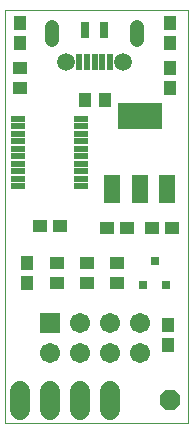
<source format=gts>
G75*
%MOIN*%
%OFA0B0*%
%FSLAX24Y24*%
%IPPOS*%
%LPD*%
%AMOC8*
5,1,8,0,0,1.08239X$1,22.5*
%
%ADD10C,0.0000*%
%ADD11R,0.0473X0.0434*%
%ADD12R,0.0434X0.0473*%
%ADD13R,0.0490X0.0190*%
%ADD14R,0.0674X0.0674*%
%ADD15C,0.0674*%
%ADD16R,0.0276X0.0316*%
%ADD17C,0.0680*%
%ADD18OC8,0.0680*%
%ADD19R,0.0520X0.0920*%
%ADD20R,0.1457X0.0906*%
%ADD21R,0.0276X0.0571*%
%ADD22R,0.0197X0.0532*%
%ADD23C,0.0595*%
%ADD24C,0.0477*%
D10*
X001875Y000160D02*
X001875Y013906D01*
X007995Y013906D01*
X007995Y000160D01*
X001875Y000160D01*
X003359Y012965D02*
X003359Y013280D01*
X003360Y013280D02*
X003361Y013297D01*
X003366Y013314D01*
X003373Y013329D01*
X003383Y013343D01*
X003395Y013355D01*
X003409Y013365D01*
X003424Y013372D01*
X003441Y013377D01*
X003458Y013378D01*
X003475Y013377D01*
X003492Y013372D01*
X003507Y013365D01*
X003521Y013355D01*
X003533Y013343D01*
X003543Y013329D01*
X003550Y013314D01*
X003555Y013297D01*
X003556Y013280D01*
X003556Y012965D01*
X003458Y012867D02*
X003441Y012868D01*
X003424Y012873D01*
X003409Y012880D01*
X003395Y012890D01*
X003383Y012902D01*
X003373Y012916D01*
X003366Y012931D01*
X003361Y012948D01*
X003360Y012965D01*
X003458Y012867D02*
X003475Y012868D01*
X003492Y012873D01*
X003507Y012880D01*
X003521Y012890D01*
X003533Y012902D01*
X003543Y012916D01*
X003550Y012931D01*
X003555Y012948D01*
X003556Y012965D01*
X006194Y012965D02*
X006194Y013280D01*
X006195Y013297D01*
X006200Y013314D01*
X006207Y013329D01*
X006217Y013343D01*
X006229Y013355D01*
X006243Y013365D01*
X006258Y013372D01*
X006275Y013377D01*
X006292Y013378D01*
X006309Y013377D01*
X006326Y013372D01*
X006341Y013365D01*
X006355Y013355D01*
X006367Y013343D01*
X006377Y013329D01*
X006384Y013314D01*
X006389Y013297D01*
X006390Y013280D01*
X006391Y013280D02*
X006391Y012965D01*
X006292Y012867D02*
X006275Y012868D01*
X006258Y012873D01*
X006243Y012880D01*
X006229Y012890D01*
X006217Y012902D01*
X006207Y012916D01*
X006200Y012931D01*
X006195Y012948D01*
X006194Y012965D01*
X006292Y012867D02*
X006309Y012868D01*
X006326Y012873D01*
X006341Y012880D01*
X006355Y012890D01*
X006367Y012902D01*
X006377Y012916D01*
X006384Y012931D01*
X006389Y012948D01*
X006390Y012965D01*
D11*
X006790Y006660D03*
X007460Y006660D03*
X005960Y006660D03*
X005290Y006660D03*
X005625Y005495D03*
X005625Y004825D03*
X004625Y004825D03*
X004625Y005495D03*
X003710Y006723D03*
X003040Y006723D03*
X003625Y005495D03*
X003625Y004825D03*
X002375Y011325D03*
X002375Y011995D03*
D12*
X002375Y012825D03*
X002375Y013495D03*
X004540Y010910D03*
X005210Y010910D03*
X007375Y011325D03*
X007375Y011995D03*
X007375Y012825D03*
X007375Y013495D03*
X002625Y005495D03*
X002625Y004825D03*
X007313Y003432D03*
X007313Y002763D03*
D13*
X004430Y008035D03*
X004430Y008285D03*
X004430Y008535D03*
X004430Y008785D03*
X004430Y009035D03*
X004430Y009285D03*
X004430Y009535D03*
X004430Y009785D03*
X004430Y010035D03*
X004430Y010285D03*
X002320Y010285D03*
X002320Y010035D03*
X002320Y009785D03*
X002320Y009535D03*
X002320Y009285D03*
X002320Y009035D03*
X002320Y008785D03*
X002320Y008535D03*
X002320Y008285D03*
X002320Y008035D03*
D14*
X003375Y003473D03*
D15*
X003375Y002473D03*
X004375Y002473D03*
X004375Y003473D03*
X005375Y003473D03*
X005375Y002473D03*
X006375Y002473D03*
X006375Y003473D03*
D16*
X006501Y004766D03*
X006875Y005554D03*
X007249Y004766D03*
D17*
X005375Y001230D02*
X005375Y000590D01*
X004375Y000590D02*
X004375Y001230D01*
X003375Y001230D02*
X003375Y000590D01*
X002375Y000590D02*
X002375Y001230D01*
D18*
X007375Y000910D03*
D19*
X007285Y007940D03*
X006375Y007940D03*
X005465Y007940D03*
D20*
X006375Y010380D03*
D21*
X005190Y013241D03*
X004560Y013241D03*
D22*
X004619Y012188D03*
X004875Y012188D03*
X005131Y012188D03*
X005387Y012188D03*
X004363Y012188D03*
D23*
X003920Y012178D03*
X005830Y012178D03*
D24*
X006292Y012904D02*
X006292Y013341D01*
X003458Y013341D02*
X003458Y012904D01*
M02*

</source>
